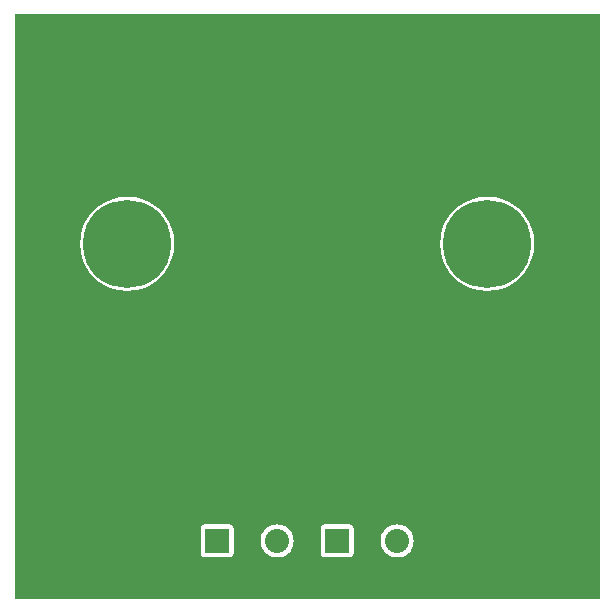
<source format=gbr>
G04 start of page 3 for group 1 idx 1 *
G04 Title: (unknown), solder *
G04 Creator: pcb 4.0.2 *
G04 CreationDate: Mon Feb 22 17:57:16 2021 UTC *
G04 For: ndholmes *
G04 Format: Gerber/RS-274X *
G04 PCB-Dimensions (mil): 2000.00 2000.00 *
G04 PCB-Coordinate-Origin: lower left *
%MOIN*%
%FSLAX25Y25*%
%LNBOTTOM*%
%ADD21C,0.0480*%
%ADD20C,0.1285*%
%ADD19C,0.0800*%
%ADD18C,0.2937*%
%ADD17C,0.0001*%
G54D17*G36*
X159976Y197500D02*X197500D01*
Y2500D01*
X159976D01*
Y105270D01*
X160000Y105268D01*
X162461Y105461D01*
X164862Y106038D01*
X167142Y106982D01*
X169247Y108272D01*
X171124Y109876D01*
X172728Y111753D01*
X174018Y113858D01*
X174962Y116138D01*
X175539Y118539D01*
X175684Y121000D01*
X175539Y123461D01*
X174962Y125862D01*
X174018Y128142D01*
X172728Y130247D01*
X171124Y132124D01*
X169247Y133728D01*
X167142Y135018D01*
X164862Y135962D01*
X162461Y136539D01*
X160000Y136732D01*
X159976Y136730D01*
Y197500D01*
G37*
G36*
X129992D02*X159976D01*
Y136730D01*
X157539Y136539D01*
X155138Y135962D01*
X152858Y135018D01*
X150753Y133728D01*
X148876Y132124D01*
X147272Y130247D01*
X145982Y128142D01*
X145038Y125862D01*
X144461Y123461D01*
X144268Y121000D01*
X144461Y118539D01*
X145038Y116138D01*
X145982Y113858D01*
X147272Y111753D01*
X148876Y109876D01*
X150753Y108272D01*
X152858Y106982D01*
X155138Y106038D01*
X157539Y105461D01*
X159976Y105270D01*
Y2500D01*
X129992D01*
Y16484D01*
X130000Y16483D01*
X130863Y16551D01*
X131705Y16753D01*
X132505Y17084D01*
X133243Y17537D01*
X133901Y18099D01*
X134463Y18757D01*
X134916Y19495D01*
X135247Y20295D01*
X135449Y21137D01*
X135500Y22000D01*
X135449Y22863D01*
X135247Y23705D01*
X134916Y24505D01*
X134463Y25243D01*
X133901Y25901D01*
X133243Y26463D01*
X132505Y26916D01*
X131705Y27247D01*
X130863Y27449D01*
X130000Y27517D01*
X129992Y27516D01*
Y197500D01*
G37*
G36*
X110000D02*X129992D01*
Y27516D01*
X129137Y27449D01*
X128295Y27247D01*
X127495Y26916D01*
X126757Y26463D01*
X126099Y25901D01*
X125537Y25243D01*
X125084Y24505D01*
X124753Y23705D01*
X124551Y22863D01*
X124483Y22000D01*
X124551Y21137D01*
X124753Y20295D01*
X125084Y19495D01*
X125537Y18757D01*
X126099Y18099D01*
X126757Y17537D01*
X127495Y17084D01*
X128295Y16753D01*
X129137Y16551D01*
X129992Y16484D01*
Y2500D01*
X110000D01*
Y16507D01*
X114235Y16514D01*
X114465Y16569D01*
X114683Y16659D01*
X114884Y16783D01*
X115064Y16936D01*
X115217Y17116D01*
X115341Y17317D01*
X115431Y17535D01*
X115486Y17765D01*
X115500Y18000D01*
X115486Y26235D01*
X115431Y26465D01*
X115341Y26683D01*
X115217Y26884D01*
X115064Y27064D01*
X114884Y27217D01*
X114683Y27341D01*
X114465Y27431D01*
X114235Y27486D01*
X114000Y27500D01*
X110000Y27493D01*
Y197500D01*
G37*
G36*
X89992D02*X110000D01*
Y27493D01*
X105765Y27486D01*
X105535Y27431D01*
X105317Y27341D01*
X105116Y27217D01*
X104936Y27064D01*
X104783Y26884D01*
X104659Y26683D01*
X104569Y26465D01*
X104514Y26235D01*
X104500Y26000D01*
X104514Y17765D01*
X104569Y17535D01*
X104659Y17317D01*
X104783Y17116D01*
X104936Y16936D01*
X105116Y16783D01*
X105317Y16659D01*
X105535Y16569D01*
X105765Y16514D01*
X106000Y16500D01*
X110000Y16507D01*
Y2500D01*
X89992D01*
Y16484D01*
X90000Y16483D01*
X90863Y16551D01*
X91705Y16753D01*
X92505Y17084D01*
X93243Y17537D01*
X93901Y18099D01*
X94463Y18757D01*
X94916Y19495D01*
X95247Y20295D01*
X95449Y21137D01*
X95500Y22000D01*
X95449Y22863D01*
X95247Y23705D01*
X94916Y24505D01*
X94463Y25243D01*
X93901Y25901D01*
X93243Y26463D01*
X92505Y26916D01*
X91705Y27247D01*
X90863Y27449D01*
X90000Y27517D01*
X89992Y27516D01*
Y197500D01*
G37*
G36*
X70000D02*X89992D01*
Y27516D01*
X89137Y27449D01*
X88295Y27247D01*
X87495Y26916D01*
X86757Y26463D01*
X86099Y25901D01*
X85537Y25243D01*
X85084Y24505D01*
X84753Y23705D01*
X84551Y22863D01*
X84483Y22000D01*
X84551Y21137D01*
X84753Y20295D01*
X85084Y19495D01*
X85537Y18757D01*
X86099Y18099D01*
X86757Y17537D01*
X87495Y17084D01*
X88295Y16753D01*
X89137Y16551D01*
X89992Y16484D01*
Y2500D01*
X70000D01*
Y16507D01*
X74235Y16514D01*
X74465Y16569D01*
X74683Y16659D01*
X74884Y16783D01*
X75064Y16936D01*
X75217Y17116D01*
X75341Y17317D01*
X75431Y17535D01*
X75486Y17765D01*
X75500Y18000D01*
X75486Y26235D01*
X75431Y26465D01*
X75341Y26683D01*
X75217Y26884D01*
X75064Y27064D01*
X74884Y27217D01*
X74683Y27341D01*
X74465Y27431D01*
X74235Y27486D01*
X74000Y27500D01*
X70000Y27493D01*
Y197500D01*
G37*
G36*
X39976D02*X70000D01*
Y27493D01*
X65765Y27486D01*
X65535Y27431D01*
X65317Y27341D01*
X65116Y27217D01*
X64936Y27064D01*
X64783Y26884D01*
X64659Y26683D01*
X64569Y26465D01*
X64514Y26235D01*
X64500Y26000D01*
X64514Y17765D01*
X64569Y17535D01*
X64659Y17317D01*
X64783Y17116D01*
X64936Y16936D01*
X65116Y16783D01*
X65317Y16659D01*
X65535Y16569D01*
X65765Y16514D01*
X66000Y16500D01*
X70000Y16507D01*
Y2500D01*
X39976D01*
Y105270D01*
X40000Y105268D01*
X42461Y105461D01*
X44862Y106038D01*
X47142Y106982D01*
X49247Y108272D01*
X51124Y109876D01*
X52728Y111753D01*
X54018Y113858D01*
X54962Y116138D01*
X55539Y118539D01*
X55684Y121000D01*
X55539Y123461D01*
X54962Y125862D01*
X54018Y128142D01*
X52728Y130247D01*
X51124Y132124D01*
X49247Y133728D01*
X47142Y135018D01*
X44862Y135962D01*
X42461Y136539D01*
X40000Y136732D01*
X39976Y136730D01*
Y197500D01*
G37*
G36*
X2500D02*X39976D01*
Y136730D01*
X37539Y136539D01*
X35138Y135962D01*
X32858Y135018D01*
X30753Y133728D01*
X28876Y132124D01*
X27272Y130247D01*
X25982Y128142D01*
X25038Y125862D01*
X24461Y123461D01*
X24268Y121000D01*
X24461Y118539D01*
X25038Y116138D01*
X25982Y113858D01*
X27272Y111753D01*
X28876Y109876D01*
X30753Y108272D01*
X32858Y106982D01*
X35138Y106038D01*
X37539Y105461D01*
X39976Y105270D01*
Y2500D01*
X2500D01*
Y197500D01*
G37*
G54D18*X160000Y121000D03*
X40000D03*
G54D17*G36*
X106000Y26000D02*Y18000D01*
X114000D01*
Y26000D01*
X106000D01*
G37*
G54D19*X130000Y22000D03*
G54D17*G36*
X66000Y26000D02*Y18000D01*
X74000D01*
Y26000D01*
X66000D01*
G37*
G54D19*X90000Y22000D03*
G54D20*G54D21*M02*

</source>
